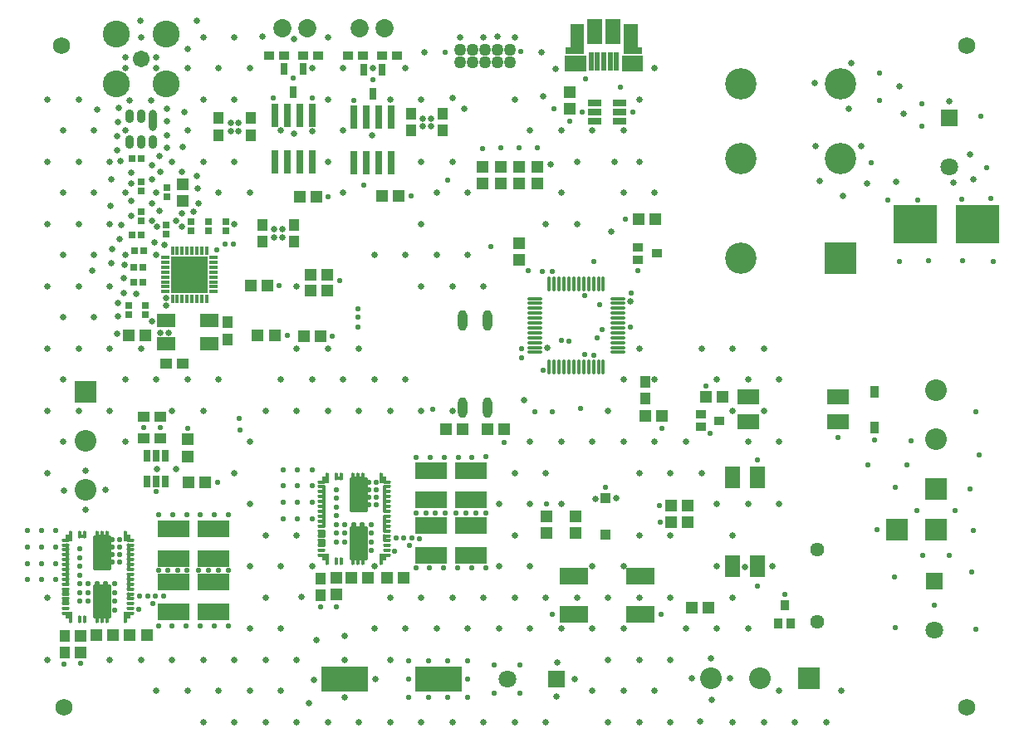
<source format=gts>
G04*
G04 #@! TF.GenerationSoftware,Altium Limited,Altium Designer,18.1.4 (159)*
G04*
G04 Layer_Color=8388736*
%FSLAX24Y24*%
%MOIN*%
G70*
G01*
G75*
%ADD10C,0.0098*%
%ADD22R,0.0630X0.1272*%
%ADD23R,0.0236X0.0173*%
%ADD24R,0.0244X0.0169*%
%ADD25R,0.0630X0.1264*%
%ADD26O,0.0148X0.0601*%
%ADD27O,0.0601X0.0148*%
%ADD28R,0.1470X0.1470*%
%ADD29R,0.0349X0.0136*%
%ADD30R,0.0136X0.0349*%
%ADD31R,0.0580X0.0300*%
%ADD32R,0.0316X0.0474*%
%ADD33O,0.0375X0.0828*%
%ADD34R,0.0395X0.0434*%
%ADD35C,0.0671*%
G04:AMPARAMS|DCode=36|XSize=13.8mil|YSize=31.5mil|CornerRadius=4.4mil|HoleSize=0mil|Usage=FLASHONLY|Rotation=0.000|XOffset=0mil|YOffset=0mil|HoleType=Round|Shape=RoundedRectangle|*
%AMROUNDEDRECTD36*
21,1,0.0138,0.0226,0,0,0.0*
21,1,0.0049,0.0315,0,0,0.0*
1,1,0.0089,0.0025,-0.0113*
1,1,0.0089,-0.0025,-0.0113*
1,1,0.0089,-0.0025,0.0113*
1,1,0.0089,0.0025,0.0113*
%
%ADD36ROUNDEDRECTD36*%
G04:AMPARAMS|DCode=37|XSize=13.8mil|YSize=31.5mil|CornerRadius=4.4mil|HoleSize=0mil|Usage=FLASHONLY|Rotation=270.000|XOffset=0mil|YOffset=0mil|HoleType=Round|Shape=RoundedRectangle|*
%AMROUNDEDRECTD37*
21,1,0.0138,0.0226,0,0,270.0*
21,1,0.0049,0.0315,0,0,270.0*
1,1,0.0089,-0.0113,-0.0025*
1,1,0.0089,-0.0113,0.0025*
1,1,0.0089,0.0113,0.0025*
1,1,0.0089,0.0113,-0.0025*
%
%ADD37ROUNDEDRECTD37*%
%ADD38R,0.0867X0.0867*%
%ADD39R,0.0434X0.0356*%
%ADD40R,0.0300X0.0940*%
%ADD41R,0.0647X0.0903*%
%ADD42R,0.1911X0.0986*%
%ADD43R,0.1163X0.0651*%
%ADD44O,0.0336X0.0552*%
%ADD45O,0.0336X0.0852*%
%ADD46R,0.0316X0.0513*%
%ADD47R,0.0778X0.0581*%
%ADD48R,0.1749X0.1580*%
%ADD49R,0.0375X0.0474*%
%ADD50R,0.0187X0.0719*%
%ADD51R,0.0591X0.1014*%
%ADD52R,0.0749X0.0306*%
%ADD53R,0.0119X0.0119*%
%ADD54R,0.0415X0.0356*%
%ADD55R,0.0434X0.0473*%
%ADD56R,0.0268X0.0284*%
%ADD57R,0.0284X0.0268*%
%ADD58R,0.0473X0.0434*%
%ADD59R,0.1260X0.0650*%
%ADD60R,0.0513X0.0474*%
%ADD61R,0.0474X0.0513*%
%ADD62R,0.0356X0.0434*%
%ADD63R,0.0903X0.0647*%
%ADD64R,0.0274X0.0283*%
%ADD65C,0.0710*%
%ADD66R,0.0710X0.0710*%
%ADD67C,0.1084*%
%ADD68R,0.1261X0.1261*%
%ADD69C,0.1261*%
%ADD70C,0.0567*%
%ADD71C,0.0867*%
%ADD72C,0.0730*%
%ADD73C,0.0500*%
%ADD74C,0.0356*%
%ADD75C,0.0336*%
%ADD76R,0.0867X0.0867*%
%ADD77R,0.0710X0.0710*%
%ADD78C,0.0680*%
%ADD79C,0.0210*%
%ADD80C,0.0260*%
G36*
X32864Y37391D02*
X32024D01*
Y38001D01*
X32864D01*
Y37391D01*
D02*
G37*
G36*
X32784Y38351D02*
X32234D01*
Y39261D01*
X32784D01*
Y38351D01*
D02*
G37*
G36*
X35144Y37391D02*
X34304D01*
Y38001D01*
X35144D01*
Y37391D01*
D02*
G37*
G36*
X34934Y38351D02*
X34384D01*
Y39261D01*
X34934D01*
Y38351D01*
D02*
G37*
D10*
X23401Y19757D02*
Y21028D01*
Y19757D02*
X24030D01*
Y21028D01*
X23401D02*
X24030D01*
X23401Y17800D02*
X24030D01*
Y19072D01*
X23401Y17800D02*
Y19072D01*
X24030D01*
X13120Y17422D02*
Y18694D01*
Y17422D02*
X13750D01*
Y18694D01*
X13120D02*
X13750D01*
X13120Y15465D02*
X13750D01*
Y16737D01*
X13120Y15465D02*
Y16737D01*
X13750D01*
D22*
X23716Y20392D02*
D03*
X13435Y18058D02*
D03*
D23*
X22212Y18812D02*
D03*
X11931Y16477D02*
D03*
D24*
X22216Y18412D02*
D03*
X11935Y16078D02*
D03*
D25*
X23716Y18432D02*
D03*
X13435Y16097D02*
D03*
D26*
X31396Y25512D02*
D03*
X31593D02*
D03*
X31790D02*
D03*
X31986D02*
D03*
X32183D02*
D03*
X32380D02*
D03*
X32577D02*
D03*
X32774D02*
D03*
X32971D02*
D03*
X33168D02*
D03*
X33364D02*
D03*
X33561D02*
D03*
Y28839D02*
D03*
X33364D02*
D03*
X33168D02*
D03*
X32971D02*
D03*
X32774D02*
D03*
X32577D02*
D03*
X32380D02*
D03*
X32183D02*
D03*
X31986D02*
D03*
X31790D02*
D03*
X31593D02*
D03*
X31396D02*
D03*
D27*
X34142Y26093D02*
D03*
Y26290D02*
D03*
Y26487D02*
D03*
Y26684D02*
D03*
Y26880D02*
D03*
Y27077D02*
D03*
Y27274D02*
D03*
Y27471D02*
D03*
Y27668D02*
D03*
Y27865D02*
D03*
Y28062D02*
D03*
Y28258D02*
D03*
X30815D02*
D03*
Y28062D02*
D03*
Y27865D02*
D03*
Y27668D02*
D03*
Y27471D02*
D03*
Y27274D02*
D03*
Y27077D02*
D03*
Y26880D02*
D03*
Y26684D02*
D03*
Y26487D02*
D03*
Y26290D02*
D03*
Y26093D02*
D03*
D28*
X16953Y29219D02*
D03*
D29*
X17916Y29908D02*
D03*
Y29712D02*
D03*
Y29515D02*
D03*
Y29318D02*
D03*
Y29121D02*
D03*
Y28924D02*
D03*
Y28727D02*
D03*
Y28531D02*
D03*
X15991D02*
D03*
Y28727D02*
D03*
Y28924D02*
D03*
Y29121D02*
D03*
Y29318D02*
D03*
Y29515D02*
D03*
Y29712D02*
D03*
Y29908D02*
D03*
D30*
X16264Y30182D02*
D03*
X16461D02*
D03*
X16658D02*
D03*
X16855D02*
D03*
X17052D02*
D03*
X17249D02*
D03*
X17445D02*
D03*
X17642D02*
D03*
Y28257D02*
D03*
X17445D02*
D03*
X17249D02*
D03*
X17052D02*
D03*
X16855D02*
D03*
X16658D02*
D03*
X16461D02*
D03*
X16264D02*
D03*
D31*
X33200Y35369D02*
D03*
Y35739D02*
D03*
Y36109D02*
D03*
X34220D02*
D03*
Y35739D02*
D03*
Y35369D02*
D03*
D32*
X21499Y37476D02*
D03*
X20751D02*
D03*
X21125Y36531D02*
D03*
X24679Y37436D02*
D03*
X23931D02*
D03*
X24305Y36491D02*
D03*
D33*
X28919Y27368D02*
D03*
X27919D02*
D03*
X28919Y23864D02*
D03*
X27919D02*
D03*
D34*
X33650Y20238D02*
D03*
Y18782D02*
D03*
D35*
X15010Y37860D02*
D03*
D36*
X22340Y19225D02*
D03*
Y18824D02*
D03*
Y18438D02*
D03*
Y19418D02*
D03*
Y19623D02*
D03*
Y19832D02*
D03*
Y20009D02*
D03*
Y20213D02*
D03*
Y20402D02*
D03*
Y20599D02*
D03*
X24653Y21117D02*
D03*
X23912D02*
D03*
X23716D02*
D03*
X23519D02*
D03*
X23036D02*
D03*
X22840D02*
D03*
Y17711D02*
D03*
X23036D02*
D03*
X23519D02*
D03*
X23716D02*
D03*
X23912D02*
D03*
X24652D02*
D03*
X24780Y18635D02*
D03*
Y19024D02*
D03*
Y19206D02*
D03*
Y19414D02*
D03*
Y19804D02*
D03*
Y19997D02*
D03*
Y20182D02*
D03*
Y20383D02*
D03*
Y20599D02*
D03*
X22468Y21117D02*
D03*
X22467Y17711D02*
D03*
X12059Y16891D02*
D03*
Y16489D02*
D03*
Y16103D02*
D03*
Y17083D02*
D03*
Y17288D02*
D03*
Y17497D02*
D03*
Y17674D02*
D03*
Y17879D02*
D03*
Y18068D02*
D03*
Y18265D02*
D03*
X14372Y18782D02*
D03*
X13632D02*
D03*
X13435D02*
D03*
X13238D02*
D03*
X12756D02*
D03*
X12559D02*
D03*
Y15377D02*
D03*
X12756D02*
D03*
X13238D02*
D03*
X13435D02*
D03*
X13632D02*
D03*
X14372D02*
D03*
X14500Y16300D02*
D03*
Y16690D02*
D03*
Y16871D02*
D03*
Y17080D02*
D03*
Y17469D02*
D03*
Y17662D02*
D03*
Y17847D02*
D03*
Y18048D02*
D03*
Y18265D02*
D03*
X12187Y18782D02*
D03*
X12187Y15377D02*
D03*
D37*
X24869Y17938D02*
D03*
Y18135D02*
D03*
Y18332D02*
D03*
Y18528D02*
D03*
Y18725D02*
D03*
Y18922D02*
D03*
Y19119D02*
D03*
Y19316D02*
D03*
Y19513D02*
D03*
Y19709D02*
D03*
Y19906D02*
D03*
Y20103D02*
D03*
Y20300D02*
D03*
Y20497D02*
D03*
Y20694D02*
D03*
Y20891D02*
D03*
X22251Y20694D02*
D03*
Y20497D02*
D03*
Y20300D02*
D03*
Y20103D02*
D03*
Y19906D02*
D03*
Y19709D02*
D03*
Y19513D02*
D03*
Y19316D02*
D03*
Y19119D02*
D03*
Y18922D02*
D03*
Y18725D02*
D03*
Y18528D02*
D03*
Y18332D02*
D03*
Y18135D02*
D03*
Y20891D02*
D03*
Y17938D02*
D03*
X23816Y21028D02*
D03*
X23619D02*
D03*
X22940D02*
D03*
X23812Y17800D02*
D03*
X23619D02*
D03*
X14589Y15603D02*
D03*
Y15800D02*
D03*
Y15997D02*
D03*
Y16194D02*
D03*
Y16391D02*
D03*
Y16587D02*
D03*
Y16784D02*
D03*
Y16981D02*
D03*
Y17178D02*
D03*
Y17375D02*
D03*
Y17572D02*
D03*
Y17768D02*
D03*
Y17965D02*
D03*
Y18162D02*
D03*
Y18359D02*
D03*
Y18556D02*
D03*
X11970Y18359D02*
D03*
Y18162D02*
D03*
Y17965D02*
D03*
Y17768D02*
D03*
Y17572D02*
D03*
Y17375D02*
D03*
Y17178D02*
D03*
Y16981D02*
D03*
Y16784D02*
D03*
Y16587D02*
D03*
Y16391D02*
D03*
Y16194D02*
D03*
Y15997D02*
D03*
Y15800D02*
D03*
Y18556D02*
D03*
Y15603D02*
D03*
X13535Y18694D02*
D03*
X13339D02*
D03*
X12659D02*
D03*
X13532Y15465D02*
D03*
X13339D02*
D03*
D38*
X45333Y18960D02*
D03*
X46907D02*
D03*
X12770Y24497D02*
D03*
X46901Y20624D02*
D03*
D39*
X38214Y23350D02*
D03*
X37466Y23094D02*
D03*
Y23606D02*
D03*
X35704Y30060D02*
D03*
X34956Y29804D02*
D03*
Y30316D02*
D03*
D40*
X21871Y33746D02*
D03*
X21371D02*
D03*
X20871D02*
D03*
X20371D02*
D03*
Y35606D02*
D03*
X20871D02*
D03*
X21371D02*
D03*
X21871D02*
D03*
X25061Y33696D02*
D03*
X24561D02*
D03*
X24061D02*
D03*
X23561D02*
D03*
Y35556D02*
D03*
X24061D02*
D03*
X24561D02*
D03*
X25061D02*
D03*
D41*
X38740Y21067D02*
D03*
X39740D02*
D03*
Y17493D02*
D03*
X38740D02*
D03*
D42*
X26930Y12960D02*
D03*
X23190D02*
D03*
D43*
X32391Y15565D02*
D03*
Y17121D02*
D03*
X35049Y15565D02*
D03*
Y17121D02*
D03*
D44*
X15482Y34548D02*
D03*
X15010D02*
D03*
X14537D02*
D03*
Y35572D02*
D03*
X15010D02*
D03*
D45*
X15482Y35426D02*
D03*
D46*
X15620Y21937D02*
D03*
X15246D02*
D03*
X15994D02*
D03*
Y20913D02*
D03*
X15620D02*
D03*
X15246D02*
D03*
D47*
X16004Y27372D02*
D03*
X17736D02*
D03*
Y26428D02*
D03*
X16004D02*
D03*
D48*
X46074Y31230D02*
D03*
X48586D02*
D03*
D49*
X44450Y24509D02*
D03*
Y23091D02*
D03*
D50*
X34096Y37779D02*
D03*
X33840D02*
D03*
X33584D02*
D03*
X33328D02*
D03*
X33073D02*
D03*
D51*
X33963Y38990D02*
D03*
X33205D02*
D03*
D52*
X34761Y38222D02*
D03*
X32408D02*
D03*
D53*
X35041Y37710D02*
D03*
X32128D02*
D03*
D54*
X20141Y38026D02*
D03*
X20751D02*
D03*
X25286D02*
D03*
X24676D02*
D03*
X23316D02*
D03*
X23926D02*
D03*
X22111D02*
D03*
X21501D02*
D03*
D55*
X19883Y31225D02*
D03*
Y30555D02*
D03*
X18490Y27295D02*
D03*
Y26625D02*
D03*
X35230Y24905D02*
D03*
Y24235D02*
D03*
X11930Y14725D02*
D03*
Y14055D02*
D03*
X22201Y17025D02*
D03*
Y16355D02*
D03*
X25840Y35685D02*
D03*
Y35015D02*
D03*
X27120D02*
D03*
Y35685D02*
D03*
X19400Y34825D02*
D03*
Y35495D02*
D03*
X18120D02*
D03*
Y34825D02*
D03*
X21163Y30555D02*
D03*
Y31225D02*
D03*
D56*
X14716Y28924D02*
D03*
X15086D02*
D03*
X14643Y33870D02*
D03*
X15013D02*
D03*
X14645Y30815D02*
D03*
X15015D02*
D03*
X15125Y30160D02*
D03*
X14755D02*
D03*
X14716Y29515D02*
D03*
X15086D02*
D03*
D57*
X18413Y31335D02*
D03*
Y30965D02*
D03*
X17713Y31335D02*
D03*
Y30965D02*
D03*
X17013Y31335D02*
D03*
Y30965D02*
D03*
X15015Y32945D02*
D03*
Y32575D02*
D03*
X15178Y27970D02*
D03*
Y27600D02*
D03*
X16033Y32700D02*
D03*
Y32330D02*
D03*
X14513Y27965D02*
D03*
Y27595D02*
D03*
X16020Y30845D02*
D03*
Y31215D02*
D03*
X15015Y31745D02*
D03*
Y31375D02*
D03*
D58*
X16685Y25630D02*
D03*
X16015D02*
D03*
X15115Y23515D02*
D03*
X15784D02*
D03*
X15111Y22650D02*
D03*
X15780D02*
D03*
D59*
X17917Y16872D02*
D03*
Y15690D02*
D03*
X16300Y16872D02*
D03*
Y15690D02*
D03*
Y17820D02*
D03*
Y19001D02*
D03*
X17917Y17820D02*
D03*
Y19001D02*
D03*
X28257Y19130D02*
D03*
Y17949D02*
D03*
X26640Y19130D02*
D03*
Y17949D02*
D03*
Y20167D02*
D03*
Y21348D02*
D03*
X28250Y20167D02*
D03*
Y21348D02*
D03*
D60*
X37785Y15840D02*
D03*
X37115D02*
D03*
X22476Y29211D02*
D03*
X21806D02*
D03*
X22476Y28571D02*
D03*
X21806D02*
D03*
X19416Y28781D02*
D03*
X20086D02*
D03*
X20366Y26791D02*
D03*
X19696D02*
D03*
X22201Y26754D02*
D03*
X21531D02*
D03*
X15178Y26785D02*
D03*
X14509D02*
D03*
X38335Y24320D02*
D03*
X37665D02*
D03*
X36285Y19940D02*
D03*
X36955D02*
D03*
Y19270D02*
D03*
X36285D02*
D03*
X34965Y31450D02*
D03*
X35635D02*
D03*
X35912Y23530D02*
D03*
X35242D02*
D03*
X27244Y22996D02*
D03*
X27913D02*
D03*
X28919D02*
D03*
X29589D02*
D03*
X15233Y14729D02*
D03*
X14563D02*
D03*
X13201D02*
D03*
X13870D02*
D03*
X25545Y17047D02*
D03*
X24875D02*
D03*
X23445D02*
D03*
X24115D02*
D03*
X17575Y20880D02*
D03*
X16905D02*
D03*
X24685Y32390D02*
D03*
X25355D02*
D03*
X22036Y32357D02*
D03*
X21366D02*
D03*
D61*
X16683Y32850D02*
D03*
Y32181D02*
D03*
X28716Y33535D02*
D03*
Y32865D02*
D03*
X29444Y33535D02*
D03*
Y32865D02*
D03*
X30172Y33535D02*
D03*
Y32865D02*
D03*
X30900Y33535D02*
D03*
Y32865D02*
D03*
X30174Y29800D02*
D03*
Y30469D02*
D03*
X31290Y19525D02*
D03*
Y18855D02*
D03*
X32430D02*
D03*
Y19525D02*
D03*
X12570Y14055D02*
D03*
Y14725D02*
D03*
X22830Y16365D02*
D03*
Y17035D02*
D03*
X16880Y22595D02*
D03*
Y21925D02*
D03*
X32221Y36545D02*
D03*
Y35875D02*
D03*
D62*
X40830Y15954D02*
D03*
X41086Y15206D02*
D03*
X40574D02*
D03*
D63*
X42967Y24320D02*
D03*
Y23320D02*
D03*
X39393D02*
D03*
Y24320D02*
D03*
D64*
X24720Y17865D02*
D03*
Y20963D02*
D03*
X22400Y20963D02*
D03*
X22400Y17865D02*
D03*
X14440Y15530D02*
D03*
Y18629D02*
D03*
X12119Y18629D02*
D03*
X12119Y15530D02*
D03*
D65*
X46850Y14956D02*
D03*
X29726Y12971D02*
D03*
X47430Y33546D02*
D03*
D66*
X46850Y16924D02*
D03*
X47430Y35514D02*
D03*
D67*
X16010Y38860D02*
D03*
Y36860D02*
D03*
X14010D02*
D03*
Y38860D02*
D03*
D68*
X43070Y29870D02*
D03*
D69*
Y33870D02*
D03*
Y36870D02*
D03*
X39070Y29870D02*
D03*
Y33870D02*
D03*
Y36870D02*
D03*
D70*
X42160Y18163D02*
D03*
Y15289D02*
D03*
D71*
X12770Y22529D02*
D03*
Y20560D02*
D03*
X46901Y22593D02*
D03*
Y24561D02*
D03*
X39860Y13010D02*
D03*
X37891D02*
D03*
D72*
X21671Y39116D02*
D03*
X20671D02*
D03*
X24791Y39126D02*
D03*
X23791D02*
D03*
D73*
X27800Y37750D02*
D03*
Y38250D02*
D03*
X28300Y37750D02*
D03*
Y38250D02*
D03*
X28800Y37750D02*
D03*
Y38250D02*
D03*
X29300Y37750D02*
D03*
Y38250D02*
D03*
X29800Y37750D02*
D03*
Y38250D02*
D03*
D74*
X34657Y38891D02*
D03*
X32512D02*
D03*
D75*
X34539Y37698D02*
D03*
X32630D02*
D03*
D76*
X41828Y13010D02*
D03*
D77*
X31694Y12971D02*
D03*
D78*
X11800Y38420D02*
D03*
X11910Y11840D02*
D03*
X48150D02*
D03*
Y38420D02*
D03*
D79*
X30815Y23700D02*
D03*
X33316Y26684D02*
D03*
X30530Y29380D02*
D03*
X15620Y20500D02*
D03*
X29190Y12420D02*
D03*
X30210D02*
D03*
Y13530D02*
D03*
X29190D02*
D03*
X25750Y12977D02*
D03*
X27317Y13715D02*
D03*
X28100Y12977D02*
D03*
X27317Y12235D02*
D03*
X25750D02*
D03*
X26533D02*
D03*
X28100D02*
D03*
Y13715D02*
D03*
X25750Y13720D02*
D03*
X26533Y13715D02*
D03*
X32719Y35739D02*
D03*
X49120Y32270D02*
D03*
X47960Y32250D02*
D03*
X34453Y31450D02*
D03*
X30290Y25860D02*
D03*
X30280Y26230D02*
D03*
X34670Y28485D02*
D03*
X31119Y29350D02*
D03*
X31520D02*
D03*
X13590Y15750D02*
D03*
X12890Y16100D02*
D03*
X24240Y18480D02*
D03*
X12890Y16800D02*
D03*
X12540Y17150D02*
D03*
X22840Y19530D02*
D03*
X23540Y18830D02*
D03*
X13940Y15750D02*
D03*
X12540Y16100D02*
D03*
Y17500D02*
D03*
Y16450D02*
D03*
X23890Y18480D02*
D03*
X23190Y19180D02*
D03*
X24240Y18830D02*
D03*
X12540Y16800D02*
D03*
X23540Y18130D02*
D03*
X13240Y16450D02*
D03*
X24240Y18130D02*
D03*
X13590Y16450D02*
D03*
X23890Y19180D02*
D03*
X22840Y20580D02*
D03*
X13940Y16450D02*
D03*
X13240Y16100D02*
D03*
X24240Y19180D02*
D03*
X22840Y19880D02*
D03*
X23540Y19180D02*
D03*
X12540Y17850D02*
D03*
X13240Y16800D02*
D03*
X23540Y18480D02*
D03*
X22840Y20230D02*
D03*
Y18480D02*
D03*
X13940Y16800D02*
D03*
X12890Y16450D02*
D03*
X23890Y18130D02*
D03*
X13940Y16100D02*
D03*
X23190Y18480D02*
D03*
X13590Y16100D02*
D03*
X22840Y19180D02*
D03*
Y18830D02*
D03*
X12540Y18200D02*
D03*
X13590Y16800D02*
D03*
X23190Y18830D02*
D03*
X13240Y15750D02*
D03*
X23890Y18830D02*
D03*
X13850Y17670D02*
D03*
X13550Y18570D02*
D03*
X13850Y18270D02*
D03*
X13250D02*
D03*
X14150Y17970D02*
D03*
X13250Y18570D02*
D03*
Y17670D02*
D03*
X13850Y18570D02*
D03*
X13550Y17670D02*
D03*
X14150Y18270D02*
D03*
Y17670D02*
D03*
X13850Y17970D02*
D03*
X14150Y18570D02*
D03*
X13550Y17970D02*
D03*
Y18270D02*
D03*
X13250Y17970D02*
D03*
X17370Y29219D02*
D03*
X16520D02*
D03*
Y28760D02*
D03*
X16955D02*
D03*
X16953Y29219D02*
D03*
X16520Y29660D02*
D03*
X31570Y35882D02*
D03*
X29589Y22491D02*
D03*
X33650Y20670D02*
D03*
X31525Y15565D02*
D03*
X35875D02*
D03*
X39740Y16700D02*
D03*
Y21770D02*
D03*
X37860Y22827D02*
D03*
X35912Y23032D02*
D03*
X30260Y38180D02*
D03*
X27210Y38140D02*
D03*
X34956Y29392D02*
D03*
X34741Y35739D02*
D03*
X32850Y37090D02*
D03*
X32221Y35392D02*
D03*
X24305Y37035D02*
D03*
X21125Y37095D02*
D03*
X40830Y16390D02*
D03*
X20720Y21390D02*
D03*
X21295D02*
D03*
X21870D02*
D03*
X20720Y20727D02*
D03*
X21295D02*
D03*
X21870D02*
D03*
X20720Y20073D02*
D03*
X21295D02*
D03*
X21870D02*
D03*
X20720Y19420D02*
D03*
X21295D02*
D03*
X21870D02*
D03*
X11580Y16970D02*
D03*
X11005D02*
D03*
X10430D02*
D03*
X11580Y17623D02*
D03*
X11005D02*
D03*
X10430D02*
D03*
X11580Y18277D02*
D03*
X11005D02*
D03*
X10430D02*
D03*
X11580Y18940D02*
D03*
X11005D02*
D03*
X10430D02*
D03*
X17390Y28760D02*
D03*
Y29660D02*
D03*
X16955D02*
D03*
X20539Y28781D02*
D03*
X42980Y22670D02*
D03*
X44552Y18960D02*
D03*
X32635Y23855D02*
D03*
X22830Y15869D02*
D03*
X22201D02*
D03*
X25840Y32390D02*
D03*
X22503Y32357D02*
D03*
X22970Y28960D02*
D03*
X22686Y26754D02*
D03*
X20890Y26770D02*
D03*
X26720Y23800D02*
D03*
X31290Y19996D02*
D03*
X35833Y19270D02*
D03*
X35820Y19940D02*
D03*
X37665Y24745D02*
D03*
X23561Y36199D02*
D03*
X21890Y36300D02*
D03*
X20320D02*
D03*
X48700Y35570D02*
D03*
X46340Y35160D02*
D03*
Y36070D02*
D03*
X44630Y36220D02*
D03*
Y37320D02*
D03*
X44320Y33700D02*
D03*
X44990Y32210D02*
D03*
X46190D02*
D03*
X45450Y29744D02*
D03*
X46600Y29760D02*
D03*
X49200Y29730D02*
D03*
X47970Y29760D02*
D03*
X48930Y33520D02*
D03*
X45750Y21580D02*
D03*
X45920Y22540D02*
D03*
X44448Y22570D02*
D03*
X48500Y23700D02*
D03*
X48630Y21980D02*
D03*
X44170Y21560D02*
D03*
X48500Y14970D02*
D03*
X46840Y15930D02*
D03*
X45290Y15050D02*
D03*
X45270Y20670D02*
D03*
X48400Y18930D02*
D03*
X45230Y17090D02*
D03*
X48360Y17270D02*
D03*
X46390Y17930D02*
D03*
X47450Y17946D02*
D03*
X48280Y20596D02*
D03*
X46150Y19730D02*
D03*
X47680D02*
D03*
X33190Y25990D02*
D03*
X32800Y26000D02*
D03*
X26030Y17450D02*
D03*
X26590Y17449D02*
D03*
X27150Y17450D02*
D03*
X27710Y17449D02*
D03*
X28270D02*
D03*
X28830Y17450D02*
D03*
X26050Y21890D02*
D03*
X26610D02*
D03*
X27170D02*
D03*
X27730D02*
D03*
X28290D02*
D03*
X28850Y21903D02*
D03*
X24440Y20870D02*
D03*
Y20570D02*
D03*
Y20270D02*
D03*
Y19970D02*
D03*
X24140Y20870D02*
D03*
Y20570D02*
D03*
Y20270D02*
D03*
Y19970D02*
D03*
X23840Y20870D02*
D03*
Y20570D02*
D03*
Y20270D02*
D03*
Y19970D02*
D03*
X23540Y20870D02*
D03*
Y20570D02*
D03*
Y20270D02*
D03*
Y19970D02*
D03*
X26050Y19650D02*
D03*
X26435D02*
D03*
X26820D02*
D03*
X27205D02*
D03*
X27650D02*
D03*
X28050D02*
D03*
X28450D02*
D03*
X28850D02*
D03*
X25192Y18115D02*
D03*
X25246Y18635D02*
D03*
X25561D02*
D03*
X25877D02*
D03*
X26190Y18600D02*
D03*
X25768Y18357D02*
D03*
X18697Y30440D02*
D03*
X18370Y30430D02*
D03*
X18050Y30220D02*
D03*
X32800Y28380D02*
D03*
X18500Y15101D02*
D03*
X17940Y15100D02*
D03*
X17380D02*
D03*
X16820Y15101D02*
D03*
X16260Y15100D02*
D03*
X15700Y15101D02*
D03*
X15476Y16021D02*
D03*
X15900Y16300D02*
D03*
X15585D02*
D03*
X15269D02*
D03*
X14954D02*
D03*
X16880Y23049D02*
D03*
X18091Y20880D02*
D03*
X18510Y19563D02*
D03*
X17950D02*
D03*
X17390D02*
D03*
X16830D02*
D03*
X16270D02*
D03*
X15710D02*
D03*
X18500Y17340D02*
D03*
X18100D02*
D03*
X17700D02*
D03*
X17300D02*
D03*
X16855D02*
D03*
X16470D02*
D03*
X16085D02*
D03*
X15700D02*
D03*
X12565Y13600D02*
D03*
X11898Y13580D02*
D03*
X31500Y23700D02*
D03*
X14900Y15780D02*
D03*
X34250Y36750D02*
D03*
X15115Y23084D02*
D03*
X15784Y23074D02*
D03*
X18980Y22970D02*
D03*
X18950Y23450D02*
D03*
X23710Y27100D02*
D03*
Y27500D02*
D03*
X23720Y27840D02*
D03*
X31890Y26560D02*
D03*
X32170Y26540D02*
D03*
X31140Y25390D02*
D03*
X29050Y30340D02*
D03*
X23961Y32800D02*
D03*
X33400Y28000D02*
D03*
X27300Y33000D02*
D03*
X33168Y29744D02*
D03*
X28716Y34284D02*
D03*
X29444Y34300D02*
D03*
X30172D02*
D03*
X30900Y34300D02*
D03*
X34657Y27100D02*
D03*
X33515Y27000D02*
D03*
D80*
X20363Y30720D02*
D03*
X20683Y31030D02*
D03*
Y30720D02*
D03*
X20363Y31030D02*
D03*
X18920Y34990D02*
D03*
X18600Y35300D02*
D03*
Y34990D02*
D03*
X18920Y35300D02*
D03*
X26320Y35180D02*
D03*
X26640Y35490D02*
D03*
Y35180D02*
D03*
X26320Y35490D02*
D03*
X16027Y27960D02*
D03*
X16024Y28270D02*
D03*
X15440Y27337D02*
D03*
X47620Y32910D02*
D03*
X48270Y34030D02*
D03*
X48410Y33030D02*
D03*
X45310Y32950D02*
D03*
X44130Y32890D02*
D03*
X43190Y32360D02*
D03*
X42250Y32970D02*
D03*
X43920Y34390D02*
D03*
X42090D02*
D03*
X43420Y35870D02*
D03*
X42050Y36910D02*
D03*
X43510Y37720D02*
D03*
X47460Y36160D02*
D03*
X45620Y35690D02*
D03*
X45460Y36780D02*
D03*
X39240Y17490D02*
D03*
X29300Y38761D02*
D03*
X16880Y38267D02*
D03*
X17249Y39400D02*
D03*
X14990D02*
D03*
X13260Y35850D02*
D03*
X13040Y29370D02*
D03*
X13790Y31990D02*
D03*
X13810Y33050D02*
D03*
X14030Y26832D02*
D03*
X14070Y27530D02*
D03*
Y28090D02*
D03*
X15770Y26880D02*
D03*
X16104D02*
D03*
X14798Y28450D02*
D03*
X14323Y28474D02*
D03*
X14320Y29080D02*
D03*
X14340Y29600D02*
D03*
X13820Y29680D02*
D03*
X13830Y30235D02*
D03*
X15930Y30400D02*
D03*
X15560Y30500D02*
D03*
X14150Y30650D02*
D03*
X14210Y31215D02*
D03*
X14600Y31590D02*
D03*
X14610Y32181D02*
D03*
Y32870D02*
D03*
X14620Y33320D02*
D03*
X14180Y33780D02*
D03*
X14030Y34200D02*
D03*
X14040Y34770D02*
D03*
X14080Y35350D02*
D03*
X14110Y35920D02*
D03*
X16750Y35750D02*
D03*
X16690Y34330D02*
D03*
X15640Y31130D02*
D03*
X16660Y31128D02*
D03*
X16420Y31360D02*
D03*
X16633Y31680D02*
D03*
X17127Y31740D02*
D03*
X17310Y32060D02*
D03*
X17290Y32670D02*
D03*
X17250Y33160D02*
D03*
X16630Y33330D02*
D03*
X15780D02*
D03*
X15740Y31770D02*
D03*
X15440Y31370D02*
D03*
Y32080D02*
D03*
Y33040D02*
D03*
Y33613D02*
D03*
X15750Y33960D02*
D03*
X16030Y34310D02*
D03*
Y34821D02*
D03*
Y35380D02*
D03*
Y35890D02*
D03*
X15400Y36214D02*
D03*
X14560D02*
D03*
X14380Y37940D02*
D03*
X15625D02*
D03*
X37460Y11260D02*
D03*
X43125Y12500D02*
D03*
X42500Y11250D02*
D03*
X41250D02*
D03*
X40000Y26250D02*
D03*
X40625Y25000D02*
D03*
X40000Y23750D02*
D03*
X40625Y22500D02*
D03*
Y20000D02*
D03*
X40350Y17510D02*
D03*
X40625Y12500D02*
D03*
X40000Y11250D02*
D03*
X38750Y26250D02*
D03*
X39375Y25000D02*
D03*
X38750Y23750D02*
D03*
X39375Y22500D02*
D03*
Y20000D02*
D03*
X38750Y18750D02*
D03*
Y16250D02*
D03*
X39375Y15000D02*
D03*
X38660Y13010D02*
D03*
X38750Y11250D02*
D03*
X37500Y26250D02*
D03*
X38125Y25000D02*
D03*
X37500Y21250D02*
D03*
X38125Y20000D02*
D03*
Y17500D02*
D03*
Y15000D02*
D03*
X37891Y13800D02*
D03*
X37910Y12140D02*
D03*
X36875Y22500D02*
D03*
X36250Y21250D02*
D03*
Y18750D02*
D03*
Y16250D02*
D03*
X36875Y15000D02*
D03*
X36250Y13750D02*
D03*
X37100Y13025D02*
D03*
X36250Y11250D02*
D03*
X35625Y37500D02*
D03*
X35000Y36250D02*
D03*
X11920Y20530D02*
D03*
X35000Y33750D02*
D03*
X35625Y32500D02*
D03*
X35000Y26250D02*
D03*
X35625Y25000D02*
D03*
Y22500D02*
D03*
X35000Y21250D02*
D03*
Y18750D02*
D03*
Y16250D02*
D03*
Y13750D02*
D03*
X35625Y12500D02*
D03*
X35000Y11250D02*
D03*
X34375Y35000D02*
D03*
X34020Y33730D02*
D03*
X34375Y32500D02*
D03*
X33873Y30950D02*
D03*
X34375Y25000D02*
D03*
X33750Y23750D02*
D03*
X34375Y22500D02*
D03*
X34090Y20240D02*
D03*
X34375Y17500D02*
D03*
X33750Y16250D02*
D03*
X34375Y15000D02*
D03*
X33750Y13750D02*
D03*
X34375Y12500D02*
D03*
X33750Y11250D02*
D03*
X33125Y35000D02*
D03*
X32500Y33750D02*
D03*
Y31250D02*
D03*
X33125Y22500D02*
D03*
X33240Y20220D02*
D03*
X33125Y17500D02*
D03*
X32500Y16250D02*
D03*
X33125Y15000D02*
D03*
Y12500D02*
D03*
X32414Y12960D02*
D03*
X24280Y34824D02*
D03*
X31640Y37488D02*
D03*
X31140Y36390D02*
D03*
X31875Y35000D02*
D03*
X31450Y33630D02*
D03*
X31875Y32500D02*
D03*
X31250Y31250D02*
D03*
X31323Y26280D02*
D03*
X30369Y24191D02*
D03*
X31875Y22500D02*
D03*
X31250Y21250D02*
D03*
X31875Y20000D02*
D03*
X31250Y16250D02*
D03*
X31875Y15000D02*
D03*
X31710Y13650D02*
D03*
X31250Y11250D02*
D03*
X30000Y38750D02*
D03*
X31070Y38140D02*
D03*
X30000Y36250D02*
D03*
X30625Y35000D02*
D03*
Y22500D02*
D03*
X30000Y21250D02*
D03*
X30625Y20000D02*
D03*
X30000Y18750D02*
D03*
X30625Y17500D02*
D03*
X30000Y16250D02*
D03*
X30625Y15000D02*
D03*
X30000Y11250D02*
D03*
X28750Y38750D02*
D03*
X27970Y35890D02*
D03*
X28750Y28750D02*
D03*
X29375Y20000D02*
D03*
Y17500D02*
D03*
X28750Y16250D02*
D03*
X29375Y15000D02*
D03*
X28750Y11250D02*
D03*
X27800Y38750D02*
D03*
X27500Y36300D02*
D03*
Y33750D02*
D03*
X28125Y32500D02*
D03*
Y30000D02*
D03*
X27500Y28750D02*
D03*
Y23750D02*
D03*
Y16250D02*
D03*
X28125Y15000D02*
D03*
X27500Y11250D02*
D03*
X21150Y34880D02*
D03*
X26370Y38140D02*
D03*
X26250Y36250D02*
D03*
Y33750D02*
D03*
X26875Y32500D02*
D03*
X26250Y31250D02*
D03*
X26875Y30000D02*
D03*
X26250Y28750D02*
D03*
Y23750D02*
D03*
Y16250D02*
D03*
X26875Y15000D02*
D03*
X26250Y11250D02*
D03*
X25625Y37500D02*
D03*
X25000Y36250D02*
D03*
X25625Y30000D02*
D03*
Y25000D02*
D03*
X25000Y23750D02*
D03*
Y16250D02*
D03*
X25625Y15000D02*
D03*
X25000Y13750D02*
D03*
Y11250D02*
D03*
X24300Y37500D02*
D03*
X24375Y30000D02*
D03*
X23750Y26250D02*
D03*
X24375Y25000D02*
D03*
X23750Y23750D02*
D03*
X24375Y17500D02*
D03*
Y15000D02*
D03*
X24400Y12960D02*
D03*
X23187Y12250D02*
D03*
X23750Y11250D02*
D03*
X22500Y38750D02*
D03*
X23125Y37500D02*
D03*
X22500Y36250D02*
D03*
X23125Y35000D02*
D03*
X22500Y33750D02*
D03*
X23125Y32500D02*
D03*
X22500Y26250D02*
D03*
X23125Y25000D02*
D03*
X22500Y23750D02*
D03*
X23194Y14700D02*
D03*
Y13730D02*
D03*
X22500Y11250D02*
D03*
X21160Y38670D02*
D03*
X21875Y37500D02*
D03*
Y34960D02*
D03*
X21250Y28750D02*
D03*
Y26250D02*
D03*
X21875Y25000D02*
D03*
X21250Y23750D02*
D03*
Y18750D02*
D03*
X21875Y17500D02*
D03*
X22056Y14530D02*
D03*
X21250Y13750D02*
D03*
X21930Y12950D02*
D03*
X21250Y11250D02*
D03*
X19880Y38770D02*
D03*
X20625Y35000D02*
D03*
Y25000D02*
D03*
X20000Y23750D02*
D03*
Y18750D02*
D03*
X20625Y17500D02*
D03*
X20000Y16250D02*
D03*
X20625Y15000D02*
D03*
X20000Y13750D02*
D03*
X20625Y12500D02*
D03*
X20000Y11250D02*
D03*
X18750Y38750D02*
D03*
X19375Y37500D02*
D03*
X18750Y36250D02*
D03*
Y33750D02*
D03*
X19375Y32500D02*
D03*
X18750Y31250D02*
D03*
X13580Y20570D02*
D03*
X19375Y22500D02*
D03*
X18750Y21250D02*
D03*
X19375Y20000D02*
D03*
Y17500D02*
D03*
Y15000D02*
D03*
X18750Y13750D02*
D03*
X19375Y12500D02*
D03*
X18750Y11250D02*
D03*
X17500Y38750D02*
D03*
X18125Y37500D02*
D03*
X17500Y36250D02*
D03*
Y33750D02*
D03*
X18125Y32500D02*
D03*
Y25000D02*
D03*
X17500Y23750D02*
D03*
Y13750D02*
D03*
X18125Y12500D02*
D03*
X17500Y11250D02*
D03*
X16875Y37500D02*
D03*
Y35000D02*
D03*
X16250Y33750D02*
D03*
X16875Y25000D02*
D03*
X16250Y23750D02*
D03*
X16409Y21410D02*
D03*
X16250Y13750D02*
D03*
X16875Y12500D02*
D03*
X31680Y12290D02*
D03*
X15000Y38750D02*
D03*
X15625Y37500D02*
D03*
Y32500D02*
D03*
Y30000D02*
D03*
X15000Y26250D02*
D03*
X15625Y25000D02*
D03*
X15640Y21410D02*
D03*
X15000Y13750D02*
D03*
X15625Y12500D02*
D03*
X21450Y16260D02*
D03*
X14375Y37500D02*
D03*
Y35000D02*
D03*
X13750Y33750D02*
D03*
X14375Y32500D02*
D03*
X13750Y31250D02*
D03*
X14375Y30000D02*
D03*
X13750Y28750D02*
D03*
Y26250D02*
D03*
X14375Y25000D02*
D03*
X13750Y23750D02*
D03*
X14375Y22500D02*
D03*
X13750Y13750D02*
D03*
X21730Y12020D02*
D03*
X12500Y36250D02*
D03*
X13125Y35000D02*
D03*
X12500Y33750D02*
D03*
X13125Y32500D02*
D03*
X12500Y31250D02*
D03*
X13125Y30000D02*
D03*
X12500Y28750D02*
D03*
X13125Y27500D02*
D03*
X12500Y26250D02*
D03*
Y23750D02*
D03*
X12780Y21336D02*
D03*
X12790Y19770D02*
D03*
X11250Y36250D02*
D03*
X11875Y35000D02*
D03*
X11250Y33750D02*
D03*
X11875Y32500D02*
D03*
X11250Y31250D02*
D03*
X11875Y30000D02*
D03*
X11250Y28750D02*
D03*
X11875Y27500D02*
D03*
X11250Y26250D02*
D03*
X11875Y25000D02*
D03*
X11250Y23750D02*
D03*
X11875Y22500D02*
D03*
X11250Y21250D02*
D03*
Y16250D02*
D03*
Y13750D02*
D03*
X34660Y28130D02*
D03*
M02*

</source>
